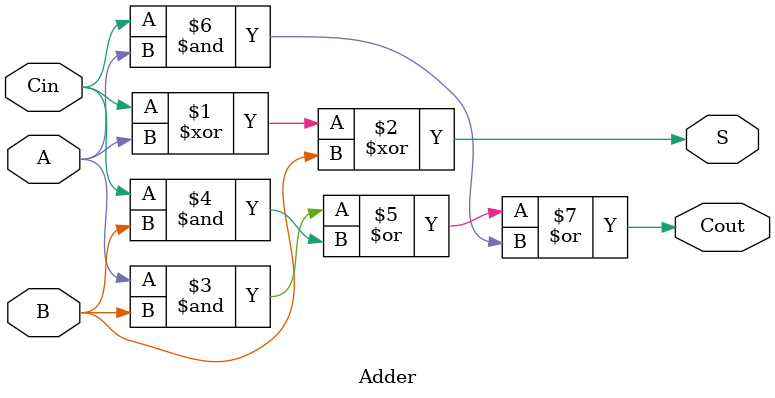
<source format=v>
module FullAdder(A, B, Cin, S, Cout);
	input  [8:0] A, B;
	input  Cin;
	output [8:0] S;
	output Cout;
	wire   [7:0] T;
	Adder A0(A[0], B[0],  Cin, S[0], T[0]);
	Adder A1(A[1], B[1], T[0], S[1], T[1]);
	Adder A2(A[2], B[2], T[1], S[2], T[2]);
	Adder A3(A[3], B[3], T[2], S[3], T[3]);
	Adder A4(A[4], B[4], T[3], S[4], T[4]);
	Adder A5(A[5], B[5], T[4], S[5], T[5]);
	Adder A6(A[6], B[6], T[5], S[6], T[6]);
	Adder A7(A[7], B[7], T[6], S[7], T[7]);
	Adder A8(A[8], B[8], T[7], S[8], Cout);
endmodule
// 1-bit Adder: A + B = S
module Adder(A, B, Cin, S, Cout);
	input  A, B, Cin;
	output S, Cout;
	assign S = Cin ^ A ^ B;
	assign Cout = (A & B) | (Cin & B) | (Cin & A);
endmodule

</source>
